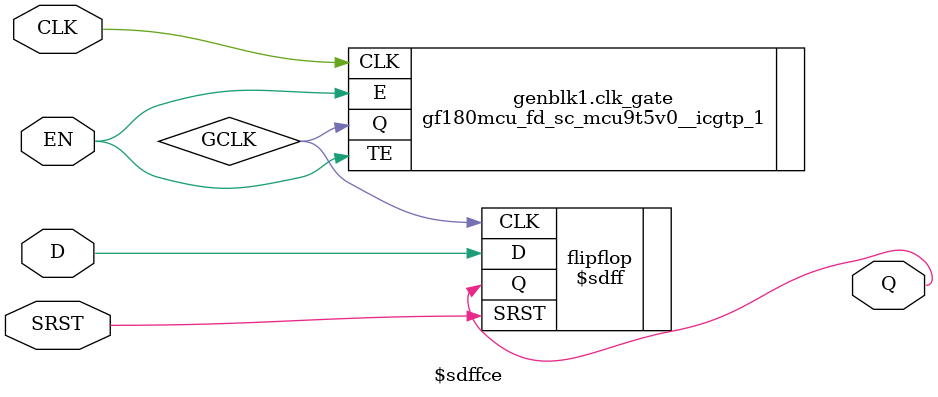
<source format=v>
/*
 	Copyright 2022 AUC Open Source Hardware Lab
	
	Licensed under the Apache License, Version 2.0 (the "License"); 
	you may not use this file except in compliance with the License. 
	You may obtain a copy of the License at:

	http://www.apache.org/licenses/LICENSE-2.0

	Unless required by applicable law or agreed to in writing, software 
	distributed under the License is distributed on an "AS IS" BASIS, 
	WITHOUT WARRANTIES OR CONDITIONS OF ANY KIND, either express or implied. 
	See the License for the specific language governing permissions and 
	limitations under the License.
*/



module \$adffe (ARST, CLK, D, EN, Q);
    parameter ARST_POLARITY =1'b1;
    parameter ARST_VALUE  =1'b0;
    parameter CLK_POLARITY =1'b1;
    parameter EN_POLARITY =1'b1;
    parameter WIDTH =1;

    input ARST, CLK, EN;
    input [WIDTH -1 :0] D; 
    output [WIDTH -1 :0] Q;

    wire GCLK;

    generate
        if (WIDTH < 5) begin
                gf180mcu_fd_sc_mcu9t5v0__icgtp_1  clk_gate ( .TE(EN), .E(EN), .CLK(CLK), .Q(GCLK) );
                end
            else if (WIDTH < 17) begin
                gf180mcu_fd_sc_mcu9t5v0__icgtp_2  clk_gate ( .TE(EN), .E(EN), .CLK(CLK), .Q(GCLK) );
                end
            else begin
                gf180mcu_fd_sc_mcu9t5v0__icgtp_4  clk_gate ( .TE(EN), .E(EN), .CLK(CLK), .Q(GCLK) );
        end
    endgenerate

    $adff  #( 
            .WIDTH(WIDTH), 
            .CLK_POLARITY(CLK_POLARITY),
            .ARST_VALUE(ARST_VALUE) ,
            .ARST_POLARITY (ARST_POLARITY)
            ) 
            flipflop(  
            .CLK(GCLK), 
            .ARST(ARST),
            .D(D), 
            .Q(Q)
            );
endmodule

//////////////////////////////////////////////////////////////////////////////////////
//////////////////////////////////////////////////////////////////////////////////////

module \$dffe ( CLK, D, EN, Q);
    parameter CLK_POLARITY =1'b1;
    parameter EN_POLARITY =1'b1;
    parameter WIDTH =1;

    input  CLK, EN;
    input [WIDTH -1:0] D; 
    output [WIDTH -1:0] Q;

    wire GCLK;

    generate
        if (WIDTH < 5) begin
                gf180mcu_fd_sc_mcu9t5v0__icgtp_1  clk_gate ( .TE(EN), .E(EN), .CLK(CLK), .Q(GCLK) );
                end
            else if (WIDTH < 17) begin
                gf180mcu_fd_sc_mcu9t5v0__icgtp_2  clk_gate ( .TE(EN), .E(EN), .CLK(CLK), .Q(GCLK) );
                end
            else begin
                gf180mcu_fd_sc_mcu9t5v0__icgtp_4  clk_gate ( .TE(EN), .E(EN), .CLK(CLK), .Q(GCLK) );
        end
    endgenerate

    $dff  #( 
            .WIDTH(WIDTH), 
            .CLK_POLARITY(CLK_POLARITY),
            ) 
            flipflop(  
            .CLK(GCLK), 
            .D(D), 
            .Q(Q)
            );
endmodule

//////////////////////////////////////////////////////////////////////////////////////
//////////////////////////////////////////////////////////////////////////////////////

module \$dffsre ( CLK, EN, CLR, SET, D, Q);
    parameter CLK_POLARITY =1'b1;
    parameter EN_POLARITY =1'b1;
    parameter CLR_POLARITY =1'b1;
    parameter SET_POLARITY =1'b1;
    parameter WIDTH =1;

    input  CLK, EN, CLR, SET;
    input [WIDTH -1:0] D; 
    output [WIDTH -1:0] Q;

    wire GCLK;

    generate
        if (WIDTH < 5) begin
                gf180mcu_fd_sc_mcu9t5v0__icgtp_1  clk_gate ( .TE(EN), .E(EN), .CLK(CLK), .Q(GCLK) );
                end
            else if (WIDTH < 17) begin
                gf180mcu_fd_sc_mcu9t5v0__icgtp_2  clk_gate ( .TE(EN), .E(EN), .CLK(CLK), .Q(GCLK) );
                end
            else begin
                gf180mcu_fd_sc_mcu9t5v0__icgtp_4  clk_gate ( .TE(EN), .E(EN), .CLK(CLK), .Q(GCLK) );
        end
    endgenerate

    $dffsr  #( 
            .WIDTH(WIDTH), 
            .CLK_POLARITY(CLK_POLARITY),
            .CLR_POLARITY(CLR_POLARITY), 
            .SET_POLARITY(SET_POLARITY)
            ) 
            flipflop(  
            .CLK(GCLK), 
            .CLR(CLR),
            .SET(SET),
            .D(D), 
            .Q(Q)
            );
endmodule

//////////////////////////////////////////////////////////////////////////////////////
//////////////////////////////////////////////////////////////////////////////////////

module \$aldffe ( CLK, EN, ALOAD, AD, D, Q);
    parameter CLK_POLARITY =1'b1;
    parameter EN_POLARITY =1'b1;
    parameter ALOAD_POLARITY =1'b1;
    parameter WIDTH =1;

    input  CLK, EN, ALOAD;
    input [WIDTH -1:0] D; 
    input [WIDTH-1:0] AD;
    output [WIDTH -1:0] Q;

    wire GCLK;

    generate
        if (WIDTH < 5) begin
                gf180mcu_fd_sc_mcu9t5v0__icgtp_1  clk_gate ( .TE(EN), .E(EN), .CLK(CLK), .Q(GCLK) );
                end
            else if (WIDTH < 17) begin
                gf180mcu_fd_sc_mcu9t5v0__icgtp_2  clk_gate ( .TE(EN), .E(EN), .CLK(CLK), .Q(GCLK) );
                end
            else begin
                gf180mcu_fd_sc_mcu9t5v0__icgtp_4  clk_gate ( .TE(EN), .E(EN), .CLK(CLK), .Q(GCLK) );
        end
    endgenerate

    $aldff  #( 
            .WIDTH(WIDTH), 
            .CLK_POLARITY(CLK_POLARITY),
            .ALOAD_POLARITY(ALOAD_POLARITY), 
            ) 
            flipflop(  
            .CLK(GCLK), 
            .D(D),
            .AD(AD),
            .Q(Q)
            );
endmodule

//////////////////////////////////////////////////////////////////////////////////////
//////////////////////////////////////////////////////////////////////////////////////

module \$sdffe ( CLK, EN, SRST, D, Q);
    parameter CLK_POLARITY =1'b1;
    parameter EN_POLARITY =1'b1;
    parameter SRST_POLARITY =1'b1;
    parameter SRST_VALUE =1'b1;
    parameter WIDTH =1;


    input  CLK, EN, SRST;
    input [WIDTH -1:0] D; 
    output [WIDTH -1:0] Q;

    wire GCLK;

    generate
        if (WIDTH < 5) begin
                gf180mcu_fd_sc_mcu9t5v0__icgtp_1  clk_gate ( .TE(EN), .E(EN), .CLK(CLK), .Q(GCLK) );
                end
            else if (WIDTH < 17) begin
                gf180mcu_fd_sc_mcu9t5v0__icgtp_2  clk_gate ( .TE(EN), .E(EN), .CLK(CLK), .Q(GCLK) );
                end
            else begin
                gf180mcu_fd_sc_mcu9t5v0__icgtp_4  clk_gate ( .TE(EN), .E(EN), .CLK(CLK), .Q(GCLK) );
        end
    endgenerate

    $sdff  #( 
            .WIDTH(WIDTH), 
            .CLK_POLARITY(CLK_POLARITY),
            .SRST_POLARITY(SRST_POLARITY), 
            .SRST_VALUE(SRST_VALUE)
            ) 
            flipflop(  
            .CLK(GCLK), 
            .SRST(SRST),
            .D(D), 
            .Q(Q)
            );
endmodule

//////////////////////////////////////////////////////////////////////////////////////
//////////////////////////////////////////////////////////////////////////////////////

module \$sdffce ( CLK, EN, SRST, D, Q);
    parameter CLK_POLARITY =1'b1;
    parameter EN_POLARITY =1'b1;
    parameter SRST_POLARITY =1'b1;
    parameter SRST_VALUE =1'b1;
    parameter WIDTH =1;

    input  CLK, EN, SRST;
    input [WIDTH -1:0] D; 
    output [WIDTH -1:0] Q;

    wire GCLK;

    generate
        if (WIDTH < 5) begin
                gf180mcu_fd_sc_mcu9t5v0__icgtp_1  clk_gate ( .TE(EN), .E(EN), .CLK(CLK), .Q(GCLK) );
                end
            else if (WIDTH < 17) begin
                gf180mcu_fd_sc_mcu9t5v0__icgtp_2  clk_gate ( .TE(EN), .E(EN), .CLK(CLK), .Q(GCLK) );
                end
            else begin
                gf180mcu_fd_sc_mcu9t5v0__icgtp_4  clk_gate ( .TE(EN), .E(EN), .CLK(CLK), .Q(GCLK) );
        end
    endgenerate

    $sdff  #( 
            .WIDTH(WIDTH), 
            .CLK_POLARITY(CLK_POLARITY),
            .SRST_POLARITY(SRST_POLARITY), 
            .SRST_VALUE(SRST_VALUE)
            ) 
            flipflop(  
            .CLK(GCLK), 
            .SRST(SRST),
            .D(D), 
            .Q(Q)
            );
endmodule

</source>
